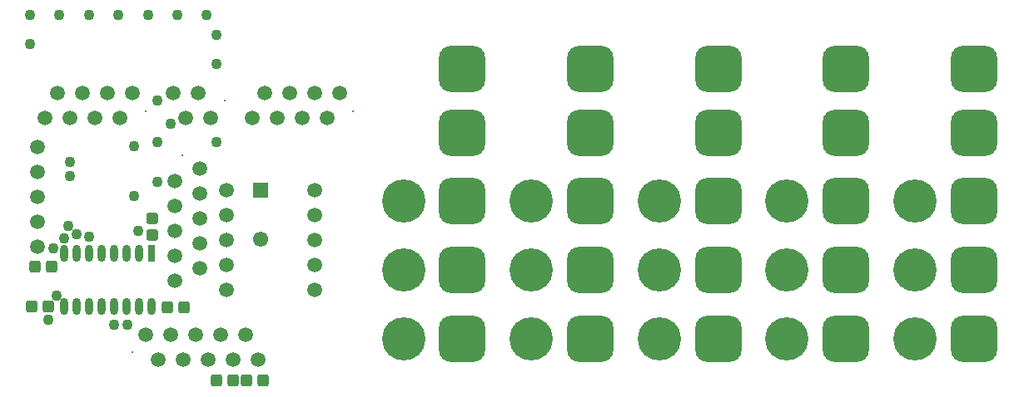
<source format=gts>
G04 Layer_Color=8388736*
%FSLAX24Y24*%
%MOIN*%
G70*
G01*
G75*
G04:AMPARAMS|DCode=33|XSize=47.4mil|YSize=43.4mil|CornerRadius=8.4mil|HoleSize=0mil|Usage=FLASHONLY|Rotation=270.000|XOffset=0mil|YOffset=0mil|HoleType=Round|Shape=RoundedRectangle|*
%AMROUNDEDRECTD33*
21,1,0.0474,0.0266,0,0,270.0*
21,1,0.0305,0.0434,0,0,270.0*
1,1,0.0169,-0.0133,-0.0153*
1,1,0.0169,-0.0133,0.0153*
1,1,0.0169,0.0133,0.0153*
1,1,0.0169,0.0133,-0.0153*
%
%ADD33ROUNDEDRECTD33*%
%ADD34O,0.0316X0.0690*%
%ADD35R,0.0316X0.0690*%
G04:AMPARAMS|DCode=36|XSize=47.4mil|YSize=43.4mil|CornerRadius=8.4mil|HoleSize=0mil|Usage=FLASHONLY|Rotation=180.000|XOffset=0mil|YOffset=0mil|HoleType=Round|Shape=RoundedRectangle|*
%AMROUNDEDRECTD36*
21,1,0.0474,0.0266,0,0,180.0*
21,1,0.0305,0.0434,0,0,180.0*
1,1,0.0169,-0.0153,0.0133*
1,1,0.0169,0.0153,0.0133*
1,1,0.0169,0.0153,-0.0133*
1,1,0.0169,-0.0153,-0.0133*
%
%ADD36ROUNDEDRECTD36*%
%ADD37C,0.0080*%
%ADD38C,0.0592*%
%ADD39C,0.1734*%
G04:AMPARAMS|DCode=40|XSize=185.2mil|YSize=185.2mil|CornerRadius=48.3mil|HoleSize=0mil|Usage=FLASHONLY|Rotation=0.000|XOffset=0mil|YOffset=0mil|HoleType=Round|Shape=RoundedRectangle|*
%AMROUNDEDRECTD40*
21,1,0.1852,0.0886,0,0,0.0*
21,1,0.0886,0.1852,0,0,0.0*
1,1,0.0966,0.0443,-0.0443*
1,1,0.0966,-0.0443,-0.0443*
1,1,0.0966,-0.0443,0.0443*
1,1,0.0966,0.0443,0.0443*
%
%ADD40ROUNDEDRECTD40*%
%ADD41R,0.0612X0.0612*%
%ADD42C,0.0612*%
%ADD43C,0.0434*%
D33*
X9075Y669D02*
D03*
X9744D02*
D03*
X7854D02*
D03*
X8524D02*
D03*
X453Y3661D02*
D03*
X1122D02*
D03*
X6555Y3622D02*
D03*
X5886D02*
D03*
X610Y5236D02*
D03*
X1280D02*
D03*
D34*
X1776Y3661D02*
D03*
X2276D02*
D03*
X2776D02*
D03*
X3276D02*
D03*
X3776D02*
D03*
X4276D02*
D03*
X4776D02*
D03*
X5276D02*
D03*
X1776Y5787D02*
D03*
X2276D02*
D03*
X2776D02*
D03*
X3276D02*
D03*
X3776D02*
D03*
X4276D02*
D03*
X4776D02*
D03*
D35*
X5276D02*
D03*
D36*
X5315Y6516D02*
D03*
Y7185D02*
D03*
D37*
X8189Y11929D02*
D03*
X4488Y1811D02*
D03*
X6496Y9724D02*
D03*
X13346Y11496D02*
D03*
X5039D02*
D03*
D38*
X6138Y12220D02*
D03*
X6638Y11220D02*
D03*
X7138Y12220D02*
D03*
X7638Y11220D02*
D03*
X8539Y1520D02*
D03*
X8039Y2520D02*
D03*
X7539Y1520D02*
D03*
X7039Y2520D02*
D03*
X6539Y1520D02*
D03*
X6039Y2520D02*
D03*
X5539Y1520D02*
D03*
X5039Y2520D02*
D03*
X9039D02*
D03*
X9539Y1520D02*
D03*
X6205Y5673D02*
D03*
X7205Y6173D02*
D03*
X6205Y6673D02*
D03*
X7205Y7173D02*
D03*
X6205Y7673D02*
D03*
X7205Y8173D02*
D03*
X6205Y8673D02*
D03*
X7205Y9173D02*
D03*
Y5173D02*
D03*
X6205Y4673D02*
D03*
X11811Y4331D02*
D03*
Y5331D02*
D03*
Y6331D02*
D03*
Y7331D02*
D03*
Y8331D02*
D03*
X12795Y12205D02*
D03*
X12295Y11205D02*
D03*
X11795Y12205D02*
D03*
X11295Y11205D02*
D03*
X10795Y12205D02*
D03*
X10295Y11205D02*
D03*
X9795Y12205D02*
D03*
X9295Y11205D02*
D03*
X4488Y12205D02*
D03*
X3988Y11205D02*
D03*
X3488Y12205D02*
D03*
X2988Y11205D02*
D03*
X2488Y12205D02*
D03*
X1988Y11205D02*
D03*
X1488Y12205D02*
D03*
X988Y11205D02*
D03*
X8268Y4331D02*
D03*
Y5331D02*
D03*
Y6331D02*
D03*
Y7331D02*
D03*
Y8331D02*
D03*
X709Y6063D02*
D03*
Y7063D02*
D03*
Y8063D02*
D03*
Y9063D02*
D03*
Y10063D02*
D03*
D39*
X35827Y7874D02*
D03*
Y5118D02*
D03*
Y2362D02*
D03*
X30709Y7874D02*
D03*
Y5118D02*
D03*
Y2362D02*
D03*
X25591Y7874D02*
D03*
Y5118D02*
D03*
Y2362D02*
D03*
X20472Y7874D02*
D03*
Y5118D02*
D03*
Y2362D02*
D03*
X15354Y7874D02*
D03*
Y5118D02*
D03*
Y2362D02*
D03*
D40*
X17717D02*
D03*
Y5118D02*
D03*
Y7874D02*
D03*
Y10630D02*
D03*
Y13189D02*
D03*
X22835D02*
D03*
Y10630D02*
D03*
Y7874D02*
D03*
Y5118D02*
D03*
Y2362D02*
D03*
X27953Y13189D02*
D03*
Y10630D02*
D03*
Y7874D02*
D03*
Y5118D02*
D03*
Y2362D02*
D03*
X33071Y13189D02*
D03*
Y10630D02*
D03*
Y7874D02*
D03*
Y5118D02*
D03*
Y2362D02*
D03*
X38189Y13189D02*
D03*
Y10630D02*
D03*
Y7874D02*
D03*
Y5118D02*
D03*
Y2362D02*
D03*
D41*
X9646Y8307D02*
D03*
D42*
X9646Y6339D02*
D03*
D43*
X1339Y5984D02*
D03*
X5512Y11929D02*
D03*
X6024Y10984D02*
D03*
X4567Y10079D02*
D03*
Y8071D02*
D03*
X2008Y8898D02*
D03*
Y9449D02*
D03*
X1929Y6890D02*
D03*
X4724Y6693D02*
D03*
X5512Y8661D02*
D03*
Y10236D02*
D03*
X7874D02*
D03*
Y14567D02*
D03*
Y13386D02*
D03*
X7480Y15354D02*
D03*
X6299D02*
D03*
X5118D02*
D03*
X3937D02*
D03*
X2756D02*
D03*
X1575D02*
D03*
X394Y14173D02*
D03*
Y15354D02*
D03*
X4291Y2913D02*
D03*
X3780D02*
D03*
X1122Y3130D02*
D03*
X2283Y6535D02*
D03*
X1772Y6378D02*
D03*
X2756Y6457D02*
D03*
X1457Y4094D02*
D03*
M02*

</source>
